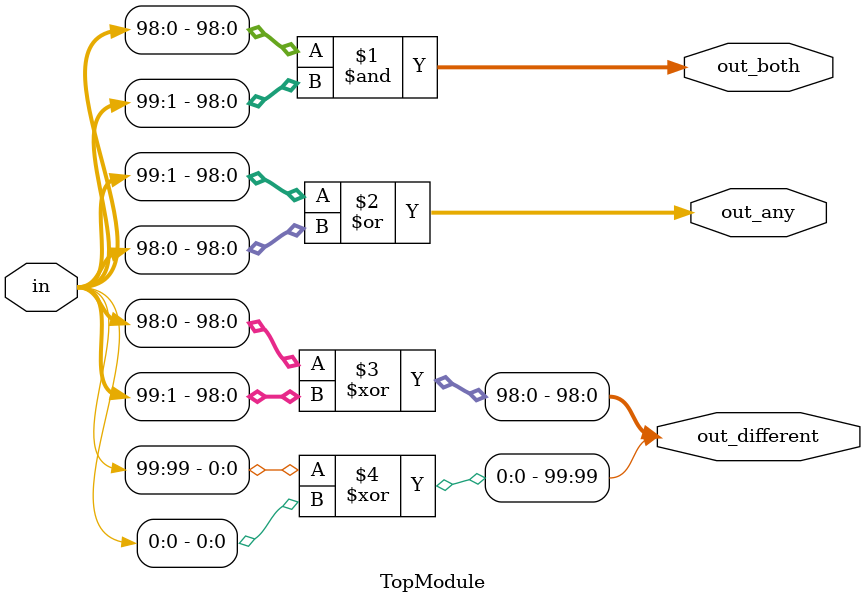
<source format=sv>

module TopModule (
  input [99:0] in,
  output [98:0] out_both,
  output [99:1] out_any,
  output [99:0] out_different
);
  
  // out_both[i] = in[i] & in[i+1] for i from 0 to 98
  // Each bit indicates if both the current bit and its left neighbor are '1'
  assign out_both = in[98:0] & in[99:1];
  
  // out_any[i] = in[i] | in[i-1] for i from 1 to 99
  // Each bit indicates if either the current bit or its right neighbor are '1'
  assign out_any = in[99:1] | in[98:0];
  
  // out_different[i] = in[i] ^ in[i+1] for i from 0 to 98
  // out_different[99] = in[99] ^ in[0] (wrapping around)
  // Each bit indicates if the current bit is different from its left neighbor
  assign out_different[98:0] = in[98:0] ^ in[99:1];
  assign out_different[99] = in[99] ^ in[0];
  
endmodule

// VERILOG-EVAL: errant inclusion of module definition

</source>
